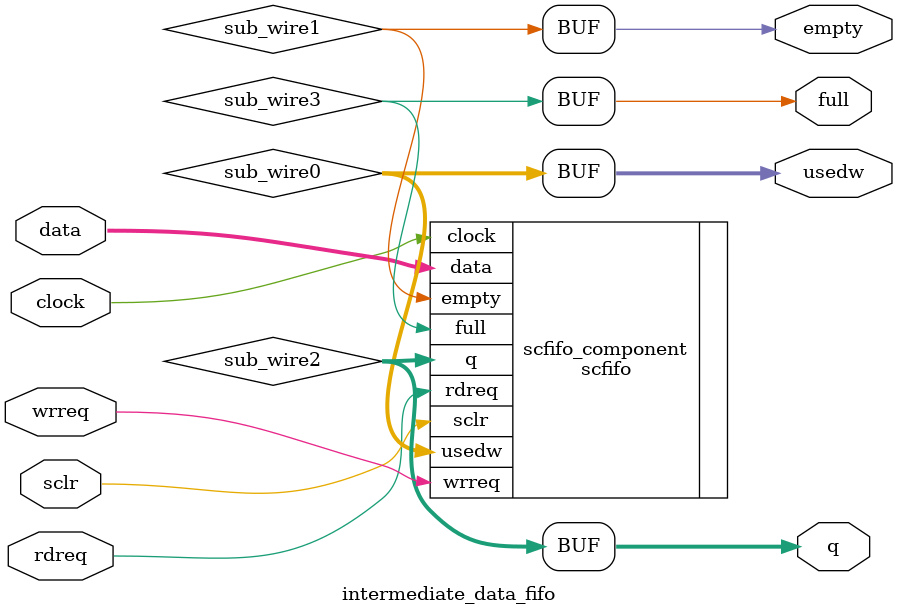
<source format=v>
    


module barrier_fifo(
		// Global signals
		clock,
		resetn,	// use resetn to flush the fifo.
		
		// User I/O
		pull,
		push,
		in_data,
		out_data,
		valid,
		fifo_ready,
		
		// OpenCL runtime parameters
		work_group_size);
		
    parameter DATA_WIDTH = 32;
    parameter MAXIMUM_WORK_GROUP_SIZE = 1024;

    input clock;
    input resetn;
    input pull;
    input push;
    input [DATA_WIDTH-1:0] in_data;
    output [DATA_WIDTH-1:0] out_data;
    output valid;
    output fifo_ready;
    input [15:0] work_group_size;

	function integer my_local_log;
	input [31:0] value;
		for (my_local_log=0; value>1; my_local_log=my_local_log+1)
			value = value>>1;
	endfunction		

	localparam LOG_MAX_WORK_GROUP_SIZE = my_local_log(MAXIMUM_WORK_GROUP_SIZE);
	
	wire empty_signal, full_signal;
	wire [LOG_MAX_WORK_GROUP_SIZE:0] used_words;
	wire reset;
	reg [LOG_MAX_WORK_GROUP_SIZE:0] elements_left_in_current_workgroup;
	
	intermediate_data_fifo my_local_fifo(
		.clock(clock),
		.data(in_data),
		.rdreq(pull & ~empty_signal & (|elements_left_in_current_workgroup)),
		.sclr(reset),
		.wrreq(push & ~full_signal),
		.empty(empty_signal),
		.full(full_signal),
		.q(out_data),
		.usedw(used_words[LOG_MAX_WORK_GROUP_SIZE-1:0]));
	defparam my_local_fifo.DATA_WIDTH = DATA_WIDTH;
	defparam my_local_fifo.NUM_WORDS = MAXIMUM_WORK_GROUP_SIZE;
	defparam my_local_fifo.LOG_NUM_WORDS = LOG_MAX_WORK_GROUP_SIZE;
	
	assign valid = ~empty_signal;
	assign used_words[LOG_MAX_WORK_GROUP_SIZE] = full_signal;
	
	always@(posedge clock)
	begin
		if (reset)
		begin
			elements_left_in_current_workgroup <= 'd0;
		end
		else
			if ((~(|elements_left_in_current_workgroup)) && (
				({1'b0, used_words} + {1'b0, push}) >= {1'b0, work_group_size}))
			begin
				// If the fifo contains more elements than the work group size (or is about to after this push),
				// then at the next positive edge of the clock the fifo is ready to produce data.
				elements_left_in_current_workgroup <= work_group_size[LOG_MAX_WORK_GROUP_SIZE:0];
			end

			if (pull & (|elements_left_in_current_workgroup))
			begin				
				if ((~(|elements_left_in_current_workgroup[LOG_MAX_WORK_GROUP_SIZE:1])) && (elements_left_in_current_workgroup[0] == 1'b1) && (
					({1'b0, used_words} + {1'b0, push} - {1'b0, pull}) >= {1'b0, work_group_size}))
				begin
					// If the fifo contains more elements than the work group size (or is about to after this push),
					// then at the next positive edge of the clock the fifo is ready to produce data.
					elements_left_in_current_workgroup <= work_group_size[LOG_MAX_WORK_GROUP_SIZE:0];
				end
				else		
				begin
					// subtract 1 from the number of elements left for processing in the current workgroup.
					elements_left_in_current_workgroup <= elements_left_in_current_workgroup - 1'b1;
				end				
			end
	end
	
	assign fifo_ready = |elements_left_in_current_workgroup;

	reg [3:0] synched_reset_n;
	// Converting a resetn into a synchronous reset
	always@(posedge clock or negedge resetn)
	begin
		if (~resetn)
			synched_reset_n[0] <= 1'b0;
		else
			synched_reset_n[0] <= 1'b1;
	end 
	always@(posedge clock)
		synched_reset_n[3:1] <= synched_reset_n[2:0];

	assign reset = ~synched_reset_n[3];
endmodule
		

// megafunction wizard: %FIFO%
// GENERATION: STANDARD
// VERSION: WM1.0
// MODULE: scfifo 

// ============================================================
// File Name: intermediate_data_fifo.v
// Megafunction Name(s):
// 			scfifo
//
// Simulation Library Files(s):
// 			altera_mf
// ============================================================
// ************************************************************
// THIS IS A WIZARD-GENERATED FILE. DO NOT EDIT THIS FILE!
//
// 9.1 Build 350 03/24/2010 SP 2 SJ Web Edition
// ************************************************************


//Copyright (C) 1991-2010 Altera Corporation
//Your use of Altera Corporation's design tools, logic functions 
//and other software and tools, and its AMPP partner logic 
//functions, and any output files from any of the foregoing 
//(including device programming or simulation files), and any 
//associated documentation or information are expressly subject 
//to the terms and conditions of the Altera Program License 
//Subscription Agreement, Altera MegaCore Function License 
//Agreement, or other applicable license agreement, including, 
//without limitation, that your use is for the sole purpose of 
//programming logic devices manufactured by Altera and sold by 
//Altera or its authorized distributors.  Please refer to the 
//applicable agreement for further details.


// synopsys translate_off
`timescale 1 ps / 1 ps
// synopsys translate_on
module intermediate_data_fifo (
	clock,
	data,
	rdreq,
	sclr,
	wrreq,
	empty,
	full,
	q,
	usedw);

	parameter DATA_WIDTH = 32;
	parameter NUM_WORDS = 1024;
	parameter LOG_NUM_WORDS = 10;

	input	  clock;
	input	[DATA_WIDTH-1:0]  data;
	input	  rdreq;
	input	  sclr;
	input	  wrreq;
	output	  empty;
	output	  full;
	output	[DATA_WIDTH-1:0]  q;
	output	[LOG_NUM_WORDS-1:0]  usedw;
	
	wire [LOG_NUM_WORDS-1:0] sub_wire0;
	wire  sub_wire1;
	wire [DATA_WIDTH-1:0] sub_wire2;
	wire  sub_wire3;
	wire [LOG_NUM_WORDS-1:0] usedw = sub_wire0[LOG_NUM_WORDS-1:0];
	wire  empty = sub_wire1;
	wire [DATA_WIDTH-1:0] q = sub_wire2[DATA_WIDTH-1:0];
	wire  full = sub_wire3;

	scfifo	scfifo_component (
				.rdreq (rdreq),
				.sclr (sclr),
				.clock (clock),
				.wrreq (wrreq),
				.data (data),
				.usedw (sub_wire0),
				.empty (sub_wire1),
				.q (sub_wire2),
				.full (sub_wire3)
				// synopsys translate_off
				,
				.aclr (),
				.almost_empty (),
				.almost_full ()
				// synopsys translate_on
				);
	defparam
		scfifo_component.add_ram_output_register = "OFF",
		scfifo_component.intended_device_family = "Cyclone II",
		scfifo_component.lpm_numwords = NUM_WORDS,
		scfifo_component.lpm_showahead = "ON",
		scfifo_component.lpm_type = "scfifo",
		scfifo_component.lpm_width = DATA_WIDTH,
		scfifo_component.lpm_widthu = LOG_NUM_WORDS,
		scfifo_component.overflow_checking = "OFF",
		scfifo_component.underflow_checking = "OFF",
		scfifo_component.use_eab = "ON";


endmodule

// ============================================================
// CNX file retrieval info
// ============================================================
// Retrieval info: PRIVATE: AlmostEmpty NUMERIC "0"
// Retrieval info: PRIVATE: AlmostEmptyThr NUMERIC "-1"
// Retrieval info: PRIVATE: AlmostFull NUMERIC "0"
// Retrieval info: PRIVATE: AlmostFullThr NUMERIC "-1"
// Retrieval info: PRIVATE: CLOCKS_ARE_SYNCHRONIZED NUMERIC "1"
// Retrieval info: PRIVATE: Clock NUMERIC "0"
// Retrieval info: PRIVATE: Depth NUMERIC "1024"
// Retrieval info: PRIVATE: Empty NUMERIC "1"
// Retrieval info: PRIVATE: Full NUMERIC "1"
// Retrieval info: PRIVATE: INTENDED_DEVICE_FAMILY STRING "Cyclone II"
// Retrieval info: PRIVATE: LE_BasedFIFO NUMERIC "0"
// Retrieval info: PRIVATE: LegacyRREQ NUMERIC "0"
// Retrieval info: PRIVATE: MAX_DEPTH_BY_9 NUMERIC "0"
// Retrieval info: PRIVATE: OVERFLOW_CHECKING NUMERIC "1"
// Retrieval info: PRIVATE: Optimize NUMERIC "2"
// Retrieval info: PRIVATE: RAM_BLOCK_TYPE NUMERIC "0"
// Retrieval info: PRIVATE: SYNTH_WRAPPER_GEN_POSTFIX STRING "0"
// Retrieval info: PRIVATE: UNDERFLOW_CHECKING NUMERIC "1"
// Retrieval info: PRIVATE: UsedW NUMERIC "1"
// Retrieval info: PRIVATE: Width NUMERIC "8"
// Retrieval info: PRIVATE: dc_aclr NUMERIC "0"
// Retrieval info: PRIVATE: diff_widths NUMERIC "0"
// Retrieval info: PRIVATE: msb_usedw NUMERIC "0"
// Retrieval info: PRIVATE: output_width NUMERIC "8"
// Retrieval info: PRIVATE: rsEmpty NUMERIC "1"
// Retrieval info: PRIVATE: rsFull NUMERIC "0"
// Retrieval info: PRIVATE: rsUsedW NUMERIC "0"
// Retrieval info: PRIVATE: sc_aclr NUMERIC "0"
// Retrieval info: PRIVATE: sc_sclr NUMERIC "1"
// Retrieval info: PRIVATE: wsEmpty NUMERIC "0"
// Retrieval info: PRIVATE: wsFull NUMERIC "1"
// Retrieval info: PRIVATE: wsUsedW NUMERIC "0"
// Retrieval info: CONSTANT: ADD_RAM_OUTPUT_REGISTER STRING "OFF"
// Retrieval info: CONSTANT: INTENDED_DEVICE_FAMILY STRING "Cyclone II"
// Retrieval info: CONSTANT: LPM_NUMWORDS NUMERIC "1024"
// Retrieval info: CONSTANT: LPM_SHOWAHEAD STRING "ON"
// Retrieval info: CONSTANT: LPM_TYPE STRING "scfifo"
// Retrieval info: CONSTANT: LPM_WIDTH NUMERIC "8"
// Retrieval info: CONSTANT: LPM_WIDTHU NUMERIC "10"
// Retrieval info: CONSTANT: OVERFLOW_CHECKING STRING "OFF"
// Retrieval info: CONSTANT: UNDERFLOW_CHECKING STRING "OFF"
// Retrieval info: CONSTANT: USE_EAB STRING "ON"
// Retrieval info: USED_PORT: clock 0 0 0 0 INPUT NODEFVAL clock
// Retrieval info: USED_PORT: data 0 0 8 0 INPUT NODEFVAL data[7..0]
// Retrieval info: USED_PORT: empty 0 0 0 0 OUTPUT NODEFVAL empty
// Retrieval info: USED_PORT: full 0 0 0 0 OUTPUT NODEFVAL full
// Retrieval info: USED_PORT: q 0 0 8 0 OUTPUT NODEFVAL q[7..0]
// Retrieval info: USED_PORT: rdreq 0 0 0 0 INPUT NODEFVAL rdreq
// Retrieval info: USED_PORT: sclr 0 0 0 0 INPUT NODEFVAL sclr
// Retrieval info: USED_PORT: usedw 0 0 10 0 OUTPUT NODEFVAL usedw[9..0]
// Retrieval info: USED_PORT: wrreq 0 0 0 0 INPUT NODEFVAL wrreq
// Retrieval info: CONNECT: @data 0 0 8 0 data 0 0 8 0
// Retrieval info: CONNECT: q 0 0 8 0 @q 0 0 8 0
// Retrieval info: CONNECT: @wrreq 0 0 0 0 wrreq 0 0 0 0
// Retrieval info: CONNECT: @rdreq 0 0 0 0 rdreq 0 0 0 0
// Retrieval info: CONNECT: @clock 0 0 0 0 clock 0 0 0 0
// Retrieval info: CONNECT: full 0 0 0 0 @full 0 0 0 0
// Retrieval info: CONNECT: empty 0 0 0 0 @empty 0 0 0 0
// Retrieval info: CONNECT: usedw 0 0 10 0 @usedw 0 0 10 0
// Retrieval info: CONNECT: @sclr 0 0 0 0 sclr 0 0 0 0
// Retrieval info: LIBRARY: altera_mf altera_mf.altera_mf_components.all
// Retrieval info: GEN_FILE: TYPE_NORMAL intermediate_data_fifo.v TRUE
// Retrieval info: GEN_FILE: TYPE_NORMAL intermediate_data_fifo.inc FALSE
// Retrieval info: GEN_FILE: TYPE_NORMAL intermediate_data_fifo.cmp FALSE
// Retrieval info: GEN_FILE: TYPE_NORMAL intermediate_data_fifo.bsf FALSE
// Retrieval info: GEN_FILE: TYPE_NORMAL intermediate_data_fifo_inst.v FALSE
// Retrieval info: GEN_FILE: TYPE_NORMAL intermediate_data_fifo_bb.v FALSE
// Retrieval info: GEN_FILE: TYPE_NORMAL intermediate_data_fifo_waveforms.html TRUE
// Retrieval info: GEN_FILE: TYPE_NORMAL intermediate_data_fifo_wave*.jpg FALSE
// Retrieval info: LIB_FILE: altera_mf

</source>
